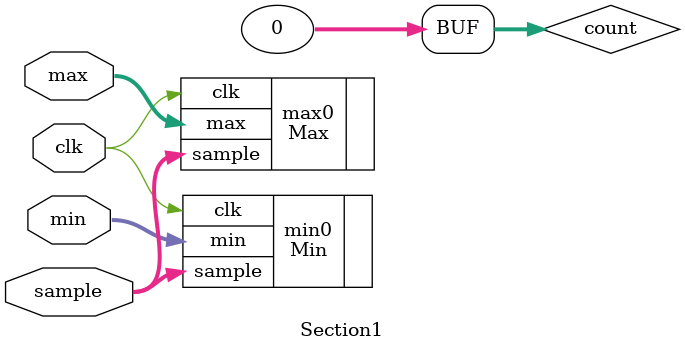
<source format=v>
`timescale 1ns / 1ps


module Section1(clk, sample, min, max);

input clk;                 //Clock
inout [15:0] min, max;      
inout [15:0] sample;

Min min0 (.clk (clk), .sample (sample), .min (min));
Max max0 (.clk (clk), .sample (sample), .max (max));

integer count;

initial begin
count = 0;
end

endmodule


</source>
